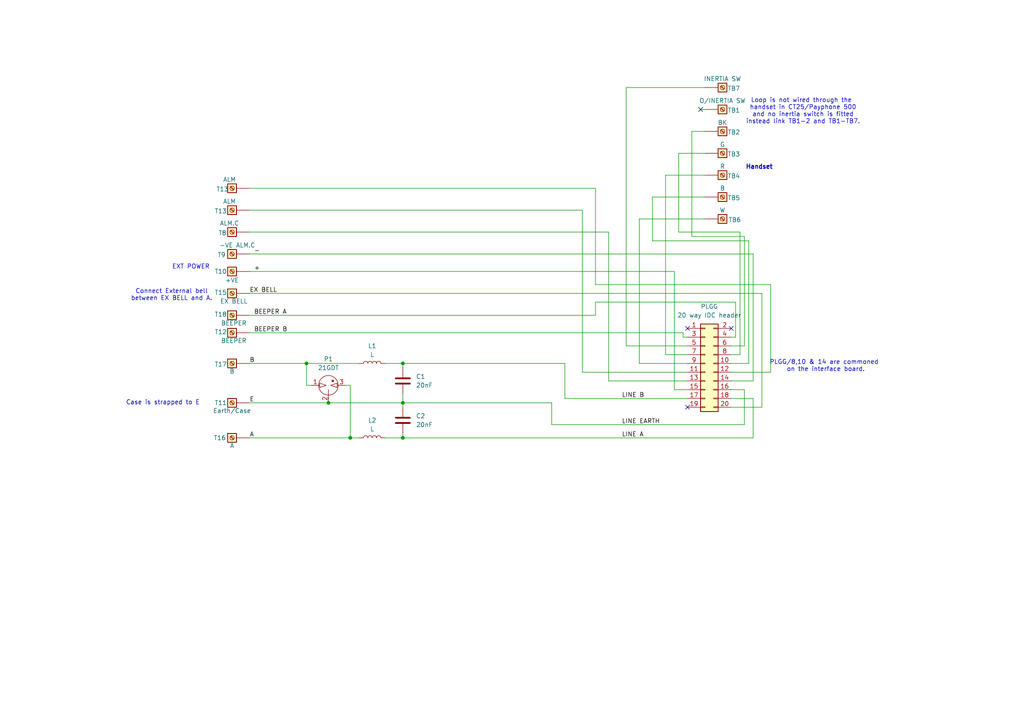
<source format=kicad_sch>
(kicad_sch
	(version 20231120)
	(generator "eeschema")
	(generator_version "8.0")
	(uuid "cd38fd77-4b30-412e-9a80-ebd9ba14e8ed")
	(paper "A4")
	(lib_symbols
		(symbol "Connector:Screw_Terminal_01x01"
			(pin_numbers hide)
			(pin_names
				(offset 1.016) hide)
			(exclude_from_sim no)
			(in_bom yes)
			(on_board yes)
			(property "Reference" "J"
				(at 0 2.54 0)
				(effects
					(font
						(size 1.27 1.27)
					)
				)
			)
			(property "Value" "Screw_Terminal_01x01"
				(at 0 -2.54 0)
				(effects
					(font
						(size 1.27 1.27)
					)
				)
			)
			(property "Footprint" ""
				(at 0 0 0)
				(effects
					(font
						(size 1.27 1.27)
					)
					(hide yes)
				)
			)
			(property "Datasheet" "~"
				(at 0 0 0)
				(effects
					(font
						(size 1.27 1.27)
					)
					(hide yes)
				)
			)
			(property "Description" "Generic screw terminal, single row, 01x01, script generated (kicad-library-utils/schlib/autogen/connector/)"
				(at 0 0 0)
				(effects
					(font
						(size 1.27 1.27)
					)
					(hide yes)
				)
			)
			(property "ki_keywords" "screw terminal"
				(at 0 0 0)
				(effects
					(font
						(size 1.27 1.27)
					)
					(hide yes)
				)
			)
			(property "ki_fp_filters" "TerminalBlock*:*"
				(at 0 0 0)
				(effects
					(font
						(size 1.27 1.27)
					)
					(hide yes)
				)
			)
			(symbol "Screw_Terminal_01x01_1_1"
				(rectangle
					(start -1.27 1.27)
					(end 1.27 -1.27)
					(stroke
						(width 0.254)
						(type default)
					)
					(fill
						(type background)
					)
				)
				(polyline
					(pts
						(xy -0.5334 0.3302) (xy 0.3302 -0.508)
					)
					(stroke
						(width 0.1524)
						(type default)
					)
					(fill
						(type none)
					)
				)
				(polyline
					(pts
						(xy -0.3556 0.508) (xy 0.508 -0.3302)
					)
					(stroke
						(width 0.1524)
						(type default)
					)
					(fill
						(type none)
					)
				)
				(circle
					(center 0 0)
					(radius 0.635)
					(stroke
						(width 0.1524)
						(type default)
					)
					(fill
						(type none)
					)
				)
				(pin passive line
					(at -5.08 0 0)
					(length 3.81)
					(name "Pin_1"
						(effects
							(font
								(size 1.27 1.27)
							)
						)
					)
					(number "1"
						(effects
							(font
								(size 1.27 1.27)
							)
						)
					)
				)
			)
		)
		(symbol "Connector_Generic:Conn_02x10_Odd_Even"
			(pin_names
				(offset 1.016) hide)
			(exclude_from_sim no)
			(in_bom yes)
			(on_board yes)
			(property "Reference" "J"
				(at 1.27 12.7 0)
				(effects
					(font
						(size 1.27 1.27)
					)
				)
			)
			(property "Value" "Conn_02x10_Odd_Even"
				(at 1.27 -15.24 0)
				(effects
					(font
						(size 1.27 1.27)
					)
				)
			)
			(property "Footprint" ""
				(at 0 0 0)
				(effects
					(font
						(size 1.27 1.27)
					)
					(hide yes)
				)
			)
			(property "Datasheet" "~"
				(at 0 0 0)
				(effects
					(font
						(size 1.27 1.27)
					)
					(hide yes)
				)
			)
			(property "Description" "Generic connector, double row, 02x10, odd/even pin numbering scheme (row 1 odd numbers, row 2 even numbers), script generated (kicad-library-utils/schlib/autogen/connector/)"
				(at 0 0 0)
				(effects
					(font
						(size 1.27 1.27)
					)
					(hide yes)
				)
			)
			(property "ki_keywords" "connector"
				(at 0 0 0)
				(effects
					(font
						(size 1.27 1.27)
					)
					(hide yes)
				)
			)
			(property "ki_fp_filters" "Connector*:*_2x??_*"
				(at 0 0 0)
				(effects
					(font
						(size 1.27 1.27)
					)
					(hide yes)
				)
			)
			(symbol "Conn_02x10_Odd_Even_1_1"
				(rectangle
					(start -1.27 -12.573)
					(end 0 -12.827)
					(stroke
						(width 0.1524)
						(type default)
					)
					(fill
						(type none)
					)
				)
				(rectangle
					(start -1.27 -10.033)
					(end 0 -10.287)
					(stroke
						(width 0.1524)
						(type default)
					)
					(fill
						(type none)
					)
				)
				(rectangle
					(start -1.27 -7.493)
					(end 0 -7.747)
					(stroke
						(width 0.1524)
						(type default)
					)
					(fill
						(type none)
					)
				)
				(rectangle
					(start -1.27 -4.953)
					(end 0 -5.207)
					(stroke
						(width 0.1524)
						(type default)
					)
					(fill
						(type none)
					)
				)
				(rectangle
					(start -1.27 -2.413)
					(end 0 -2.667)
					(stroke
						(width 0.1524)
						(type default)
					)
					(fill
						(type none)
					)
				)
				(rectangle
					(start -1.27 0.127)
					(end 0 -0.127)
					(stroke
						(width 0.1524)
						(type default)
					)
					(fill
						(type none)
					)
				)
				(rectangle
					(start -1.27 2.667)
					(end 0 2.413)
					(stroke
						(width 0.1524)
						(type default)
					)
					(fill
						(type none)
					)
				)
				(rectangle
					(start -1.27 5.207)
					(end 0 4.953)
					(stroke
						(width 0.1524)
						(type default)
					)
					(fill
						(type none)
					)
				)
				(rectangle
					(start -1.27 7.747)
					(end 0 7.493)
					(stroke
						(width 0.1524)
						(type default)
					)
					(fill
						(type none)
					)
				)
				(rectangle
					(start -1.27 10.287)
					(end 0 10.033)
					(stroke
						(width 0.1524)
						(type default)
					)
					(fill
						(type none)
					)
				)
				(rectangle
					(start -1.27 11.43)
					(end 3.81 -13.97)
					(stroke
						(width 0.254)
						(type default)
					)
					(fill
						(type background)
					)
				)
				(rectangle
					(start 3.81 -12.573)
					(end 2.54 -12.827)
					(stroke
						(width 0.1524)
						(type default)
					)
					(fill
						(type none)
					)
				)
				(rectangle
					(start 3.81 -10.033)
					(end 2.54 -10.287)
					(stroke
						(width 0.1524)
						(type default)
					)
					(fill
						(type none)
					)
				)
				(rectangle
					(start 3.81 -7.493)
					(end 2.54 -7.747)
					(stroke
						(width 0.1524)
						(type default)
					)
					(fill
						(type none)
					)
				)
				(rectangle
					(start 3.81 -4.953)
					(end 2.54 -5.207)
					(stroke
						(width 0.1524)
						(type default)
					)
					(fill
						(type none)
					)
				)
				(rectangle
					(start 3.81 -2.413)
					(end 2.54 -2.667)
					(stroke
						(width 0.1524)
						(type default)
					)
					(fill
						(type none)
					)
				)
				(rectangle
					(start 3.81 0.127)
					(end 2.54 -0.127)
					(stroke
						(width 0.1524)
						(type default)
					)
					(fill
						(type none)
					)
				)
				(rectangle
					(start 3.81 2.667)
					(end 2.54 2.413)
					(stroke
						(width 0.1524)
						(type default)
					)
					(fill
						(type none)
					)
				)
				(rectangle
					(start 3.81 5.207)
					(end 2.54 4.953)
					(stroke
						(width 0.1524)
						(type default)
					)
					(fill
						(type none)
					)
				)
				(rectangle
					(start 3.81 7.747)
					(end 2.54 7.493)
					(stroke
						(width 0.1524)
						(type default)
					)
					(fill
						(type none)
					)
				)
				(rectangle
					(start 3.81 10.287)
					(end 2.54 10.033)
					(stroke
						(width 0.1524)
						(type default)
					)
					(fill
						(type none)
					)
				)
				(pin passive line
					(at -5.08 10.16 0)
					(length 3.81)
					(name "Pin_1"
						(effects
							(font
								(size 1.27 1.27)
							)
						)
					)
					(number "1"
						(effects
							(font
								(size 1.27 1.27)
							)
						)
					)
				)
				(pin passive line
					(at 7.62 0 180)
					(length 3.81)
					(name "Pin_10"
						(effects
							(font
								(size 1.27 1.27)
							)
						)
					)
					(number "10"
						(effects
							(font
								(size 1.27 1.27)
							)
						)
					)
				)
				(pin passive line
					(at -5.08 -2.54 0)
					(length 3.81)
					(name "Pin_11"
						(effects
							(font
								(size 1.27 1.27)
							)
						)
					)
					(number "11"
						(effects
							(font
								(size 1.27 1.27)
							)
						)
					)
				)
				(pin passive line
					(at 7.62 -2.54 180)
					(length 3.81)
					(name "Pin_12"
						(effects
							(font
								(size 1.27 1.27)
							)
						)
					)
					(number "12"
						(effects
							(font
								(size 1.27 1.27)
							)
						)
					)
				)
				(pin passive line
					(at -5.08 -5.08 0)
					(length 3.81)
					(name "Pin_13"
						(effects
							(font
								(size 1.27 1.27)
							)
						)
					)
					(number "13"
						(effects
							(font
								(size 1.27 1.27)
							)
						)
					)
				)
				(pin passive line
					(at 7.62 -5.08 180)
					(length 3.81)
					(name "Pin_14"
						(effects
							(font
								(size 1.27 1.27)
							)
						)
					)
					(number "14"
						(effects
							(font
								(size 1.27 1.27)
							)
						)
					)
				)
				(pin passive line
					(at -5.08 -7.62 0)
					(length 3.81)
					(name "Pin_15"
						(effects
							(font
								(size 1.27 1.27)
							)
						)
					)
					(number "15"
						(effects
							(font
								(size 1.27 1.27)
							)
						)
					)
				)
				(pin passive line
					(at 7.62 -7.62 180)
					(length 3.81)
					(name "Pin_16"
						(effects
							(font
								(size 1.27 1.27)
							)
						)
					)
					(number "16"
						(effects
							(font
								(size 1.27 1.27)
							)
						)
					)
				)
				(pin passive line
					(at -5.08 -10.16 0)
					(length 3.81)
					(name "Pin_17"
						(effects
							(font
								(size 1.27 1.27)
							)
						)
					)
					(number "17"
						(effects
							(font
								(size 1.27 1.27)
							)
						)
					)
				)
				(pin passive line
					(at 7.62 -10.16 180)
					(length 3.81)
					(name "Pin_18"
						(effects
							(font
								(size 1.27 1.27)
							)
						)
					)
					(number "18"
						(effects
							(font
								(size 1.27 1.27)
							)
						)
					)
				)
				(pin passive line
					(at -5.08 -12.7 0)
					(length 3.81)
					(name "Pin_19"
						(effects
							(font
								(size 1.27 1.27)
							)
						)
					)
					(number "19"
						(effects
							(font
								(size 1.27 1.27)
							)
						)
					)
				)
				(pin passive line
					(at 7.62 10.16 180)
					(length 3.81)
					(name "Pin_2"
						(effects
							(font
								(size 1.27 1.27)
							)
						)
					)
					(number "2"
						(effects
							(font
								(size 1.27 1.27)
							)
						)
					)
				)
				(pin passive line
					(at 7.62 -12.7 180)
					(length 3.81)
					(name "Pin_20"
						(effects
							(font
								(size 1.27 1.27)
							)
						)
					)
					(number "20"
						(effects
							(font
								(size 1.27 1.27)
							)
						)
					)
				)
				(pin passive line
					(at -5.08 7.62 0)
					(length 3.81)
					(name "Pin_3"
						(effects
							(font
								(size 1.27 1.27)
							)
						)
					)
					(number "3"
						(effects
							(font
								(size 1.27 1.27)
							)
						)
					)
				)
				(pin passive line
					(at 7.62 7.62 180)
					(length 3.81)
					(name "Pin_4"
						(effects
							(font
								(size 1.27 1.27)
							)
						)
					)
					(number "4"
						(effects
							(font
								(size 1.27 1.27)
							)
						)
					)
				)
				(pin passive line
					(at -5.08 5.08 0)
					(length 3.81)
					(name "Pin_5"
						(effects
							(font
								(size 1.27 1.27)
							)
						)
					)
					(number "5"
						(effects
							(font
								(size 1.27 1.27)
							)
						)
					)
				)
				(pin passive line
					(at 7.62 5.08 180)
					(length 3.81)
					(name "Pin_6"
						(effects
							(font
								(size 1.27 1.27)
							)
						)
					)
					(number "6"
						(effects
							(font
								(size 1.27 1.27)
							)
						)
					)
				)
				(pin passive line
					(at -5.08 2.54 0)
					(length 3.81)
					(name "Pin_7"
						(effects
							(font
								(size 1.27 1.27)
							)
						)
					)
					(number "7"
						(effects
							(font
								(size 1.27 1.27)
							)
						)
					)
				)
				(pin passive line
					(at 7.62 2.54 180)
					(length 3.81)
					(name "Pin_8"
						(effects
							(font
								(size 1.27 1.27)
							)
						)
					)
					(number "8"
						(effects
							(font
								(size 1.27 1.27)
							)
						)
					)
				)
				(pin passive line
					(at -5.08 0 0)
					(length 3.81)
					(name "Pin_9"
						(effects
							(font
								(size 1.27 1.27)
							)
						)
					)
					(number "9"
						(effects
							(font
								(size 1.27 1.27)
							)
						)
					)
				)
			)
		)
		(symbol "Device:C"
			(pin_numbers hide)
			(pin_names
				(offset 0.254)
			)
			(exclude_from_sim no)
			(in_bom yes)
			(on_board yes)
			(property "Reference" "C"
				(at 0.635 2.54 0)
				(effects
					(font
						(size 1.27 1.27)
					)
					(justify left)
				)
			)
			(property "Value" "C"
				(at 0.635 -2.54 0)
				(effects
					(font
						(size 1.27 1.27)
					)
					(justify left)
				)
			)
			(property "Footprint" ""
				(at 0.9652 -3.81 0)
				(effects
					(font
						(size 1.27 1.27)
					)
					(hide yes)
				)
			)
			(property "Datasheet" "~"
				(at 0 0 0)
				(effects
					(font
						(size 1.27 1.27)
					)
					(hide yes)
				)
			)
			(property "Description" "Unpolarized capacitor"
				(at 0 0 0)
				(effects
					(font
						(size 1.27 1.27)
					)
					(hide yes)
				)
			)
			(property "ki_keywords" "cap capacitor"
				(at 0 0 0)
				(effects
					(font
						(size 1.27 1.27)
					)
					(hide yes)
				)
			)
			(property "ki_fp_filters" "C_*"
				(at 0 0 0)
				(effects
					(font
						(size 1.27 1.27)
					)
					(hide yes)
				)
			)
			(symbol "C_0_1"
				(polyline
					(pts
						(xy -2.032 -0.762) (xy 2.032 -0.762)
					)
					(stroke
						(width 0.508)
						(type default)
					)
					(fill
						(type none)
					)
				)
				(polyline
					(pts
						(xy -2.032 0.762) (xy 2.032 0.762)
					)
					(stroke
						(width 0.508)
						(type default)
					)
					(fill
						(type none)
					)
				)
			)
			(symbol "C_1_1"
				(pin passive line
					(at 0 3.81 270)
					(length 2.794)
					(name "~"
						(effects
							(font
								(size 1.27 1.27)
							)
						)
					)
					(number "1"
						(effects
							(font
								(size 1.27 1.27)
							)
						)
					)
				)
				(pin passive line
					(at 0 -3.81 90)
					(length 2.794)
					(name "~"
						(effects
							(font
								(size 1.27 1.27)
							)
						)
					)
					(number "2"
						(effects
							(font
								(size 1.27 1.27)
							)
						)
					)
				)
			)
		)
		(symbol "Device:L"
			(pin_numbers hide)
			(pin_names
				(offset 1.016) hide)
			(exclude_from_sim no)
			(in_bom yes)
			(on_board yes)
			(property "Reference" "L"
				(at -1.27 0 90)
				(effects
					(font
						(size 1.27 1.27)
					)
				)
			)
			(property "Value" "L"
				(at 1.905 0 90)
				(effects
					(font
						(size 1.27 1.27)
					)
				)
			)
			(property "Footprint" ""
				(at 0 0 0)
				(effects
					(font
						(size 1.27 1.27)
					)
					(hide yes)
				)
			)
			(property "Datasheet" "~"
				(at 0 0 0)
				(effects
					(font
						(size 1.27 1.27)
					)
					(hide yes)
				)
			)
			(property "Description" "Inductor"
				(at 0 0 0)
				(effects
					(font
						(size 1.27 1.27)
					)
					(hide yes)
				)
			)
			(property "ki_keywords" "inductor choke coil reactor magnetic"
				(at 0 0 0)
				(effects
					(font
						(size 1.27 1.27)
					)
					(hide yes)
				)
			)
			(property "ki_fp_filters" "Choke_* *Coil* Inductor_* L_*"
				(at 0 0 0)
				(effects
					(font
						(size 1.27 1.27)
					)
					(hide yes)
				)
			)
			(symbol "L_0_1"
				(arc
					(start 0 -2.54)
					(mid 0.6323 -1.905)
					(end 0 -1.27)
					(stroke
						(width 0)
						(type default)
					)
					(fill
						(type none)
					)
				)
				(arc
					(start 0 -1.27)
					(mid 0.6323 -0.635)
					(end 0 0)
					(stroke
						(width 0)
						(type default)
					)
					(fill
						(type none)
					)
				)
				(arc
					(start 0 0)
					(mid 0.6323 0.635)
					(end 0 1.27)
					(stroke
						(width 0)
						(type default)
					)
					(fill
						(type none)
					)
				)
				(arc
					(start 0 1.27)
					(mid 0.6323 1.905)
					(end 0 2.54)
					(stroke
						(width 0)
						(type default)
					)
					(fill
						(type none)
					)
				)
			)
			(symbol "L_1_1"
				(pin passive line
					(at 0 3.81 270)
					(length 1.27)
					(name "1"
						(effects
							(font
								(size 1.27 1.27)
							)
						)
					)
					(number "1"
						(effects
							(font
								(size 1.27 1.27)
							)
						)
					)
				)
				(pin passive line
					(at 0 -3.81 90)
					(length 1.27)
					(name "2"
						(effects
							(font
								(size 1.27 1.27)
							)
						)
					)
					(number "2"
						(effects
							(font
								(size 1.27 1.27)
							)
						)
					)
				)
			)
		)
		(symbol "Interface_Telecom:21GDT"
			(exclude_from_sim no)
			(in_bom yes)
			(on_board yes)
			(property "Reference" "P"
				(at 0 6.35 0)
				(effects
					(font
						(size 1.27 1.27)
					)
				)
			)
			(property "Value" "21GDT"
				(at 0 3.81 0)
				(effects
					(font
						(size 1.27 1.27)
					)
				)
			)
			(property "Footprint" ""
				(at 0 0 0)
				(effects
					(font
						(size 1.27 1.27)
					)
					(hide yes)
				)
			)
			(property "Datasheet" ""
				(at 0 0 0)
				(effects
					(font
						(size 1.27 1.27)
					)
					(hide yes)
				)
			)
			(property "Description" "BT 21 Gas Arrestor"
				(at -17.78 -13.97 0)
				(effects
					(font
						(size 1.27 1.27)
					)
					(hide yes)
				)
			)
			(symbol "21GDT_0_1"
				(circle
					(center 0 -3.81)
					(radius 0.0001)
					(stroke
						(width 0)
						(type default)
					)
					(fill
						(type none)
					)
				)
				(polyline
					(pts
						(xy 0 -2.54) (xy 0 -1.27)
					)
					(stroke
						(width 0)
						(type default)
					)
					(fill
						(type none)
					)
				)
				(polyline
					(pts
						(xy -2.54 0.635) (xy -2.54 -0.635) (xy -0.635 0) (xy -2.54 0.635)
					)
					(stroke
						(width 0)
						(type default)
					)
					(fill
						(type none)
					)
				)
				(polyline
					(pts
						(xy 2.54 0.635) (xy 2.54 -0.635) (xy 0.635 0) (xy 2.54 0.635)
					)
					(stroke
						(width 0)
						(type default)
					)
					(fill
						(type none)
					)
				)
				(circle
					(center 0 0)
					(radius 2.8398)
					(stroke
						(width 0)
						(type default)
					)
					(fill
						(type none)
					)
				)
				(circle
					(center 1.27 1.27)
					(radius 0.254)
					(stroke
						(width 0)
						(type default)
					)
					(fill
						(type outline)
					)
				)
			)
			(symbol "21GDT_1_1"
				(pin passive line
					(at -5.08 0 0)
					(length 2.54)
					(name "~"
						(effects
							(font
								(size 1.27 1.27)
							)
						)
					)
					(number "1"
						(effects
							(font
								(size 1.27 1.27)
							)
						)
					)
				)
				(pin passive line
					(at 0 -5.08 90)
					(length 2.54)
					(name ""
						(effects
							(font
								(size 1.27 1.27)
							)
						)
					)
					(number "2"
						(effects
							(font
								(size 1.27 1.27)
							)
						)
					)
				)
				(pin passive line
					(at 5.08 0 180)
					(length 2.54)
					(name "~"
						(effects
							(font
								(size 1.27 1.27)
							)
						)
					)
					(number "3"
						(effects
							(font
								(size 1.27 1.27)
							)
						)
					)
				)
			)
		)
		(symbol "Screw_Terminal_01x01_1"
			(pin_numbers hide)
			(pin_names
				(offset 1.016) hide)
			(exclude_from_sim no)
			(in_bom yes)
			(on_board yes)
			(property "Reference" "J"
				(at 0 2.54 0)
				(effects
					(font
						(size 1.27 1.27)
					)
				)
			)
			(property "Value" "Screw_Terminal_01x01"
				(at 0 -2.54 0)
				(effects
					(font
						(size 1.27 1.27)
					)
				)
			)
			(property "Footprint" ""
				(at 0 0 0)
				(effects
					(font
						(size 1.27 1.27)
					)
					(hide yes)
				)
			)
			(property "Datasheet" "~"
				(at 0 0 0)
				(effects
					(font
						(size 1.27 1.27)
					)
					(hide yes)
				)
			)
			(property "Description" "Generic screw terminal, single row, 01x01, script generated (kicad-library-utils/schlib/autogen/connector/)"
				(at 0 0 0)
				(effects
					(font
						(size 1.27 1.27)
					)
					(hide yes)
				)
			)
			(property "ki_keywords" "screw terminal"
				(at 0 0 0)
				(effects
					(font
						(size 1.27 1.27)
					)
					(hide yes)
				)
			)
			(property "ki_fp_filters" "TerminalBlock*:*"
				(at 0 0 0)
				(effects
					(font
						(size 1.27 1.27)
					)
					(hide yes)
				)
			)
			(symbol "Screw_Terminal_01x01_1_1_1"
				(rectangle
					(start -1.27 1.27)
					(end 1.27 -1.27)
					(stroke
						(width 0.254)
						(type default)
					)
					(fill
						(type background)
					)
				)
				(polyline
					(pts
						(xy -0.5334 0.3302) (xy 0.3302 -0.508)
					)
					(stroke
						(width 0.1524)
						(type default)
					)
					(fill
						(type none)
					)
				)
				(polyline
					(pts
						(xy -0.3556 0.508) (xy 0.508 -0.3302)
					)
					(stroke
						(width 0.1524)
						(type default)
					)
					(fill
						(type none)
					)
				)
				(circle
					(center 0 0)
					(radius 0.635)
					(stroke
						(width 0.1524)
						(type default)
					)
					(fill
						(type none)
					)
				)
				(pin passive line
					(at -5.08 0 0)
					(length 3.81)
					(name "Pin_1"
						(effects
							(font
								(size 1.27 1.27)
							)
						)
					)
					(number "1"
						(effects
							(font
								(size 1.27 1.27)
							)
						)
					)
				)
			)
		)
	)
	(junction
		(at 88.9 105.41)
		(diameter 0)
		(color 0 0 0 0)
		(uuid "1363ed39-9f1e-45d0-afd0-10fb40314362")
	)
	(junction
		(at 116.84 127)
		(diameter 0)
		(color 0 0 0 0)
		(uuid "384ebc50-8c46-4200-b6ba-44a542758261")
	)
	(junction
		(at 95.25 116.84)
		(diameter 0)
		(color 0 0 0 0)
		(uuid "3f1b82d5-c605-4744-ba10-e542c6c8e433")
	)
	(junction
		(at 116.84 116.84)
		(diameter 0)
		(color 0 0 0 0)
		(uuid "548c2a3e-cca6-4445-b5d3-5e457d308904")
	)
	(junction
		(at 101.6 127)
		(diameter 0)
		(color 0 0 0 0)
		(uuid "68fdafac-094c-421b-be2b-1411577b1ac1")
	)
	(junction
		(at 116.84 105.41)
		(diameter 0)
		(color 0 0 0 0)
		(uuid "aae94916-924c-49ab-9dec-efc0b9b7a172")
	)
	(no_connect
		(at 199.39 95.25)
		(uuid "0b007045-0f37-40c9-b77d-5ba697aac7cc")
	)
	(no_connect
		(at 203.2 31.75)
		(uuid "33a7ee31-256f-421d-bcc9-13275e0a4045")
	)
	(no_connect
		(at 212.09 95.25)
		(uuid "8401c18d-fd49-43e3-8a3a-b9326bed20fe")
	)
	(no_connect
		(at 199.39 118.11)
		(uuid "d0445f83-7b2b-4856-89e5-a274cfe0012a")
	)
	(wire
		(pts
			(xy 212.09 102.87) (xy 214.63 102.87)
		)
		(stroke
			(width 0)
			(type default)
		)
		(uuid "0277e7f6-7f5b-4885-8e2f-b3967de16162")
	)
	(wire
		(pts
			(xy 88.9 105.41) (xy 88.9 111.76)
		)
		(stroke
			(width 0)
			(type default)
		)
		(uuid "0423b55f-ff84-4bb3-a1e1-4f48a6f3d28b")
	)
	(wire
		(pts
			(xy 200.66 38.1) (xy 200.66 68.58)
		)
		(stroke
			(width 0)
			(type default)
		)
		(uuid "042a3f0a-101a-4cab-8a0c-e9d901aa443b")
	)
	(wire
		(pts
			(xy 176.53 67.31) (xy 72.39 67.31)
		)
		(stroke
			(width 0)
			(type default)
		)
		(uuid "046128c5-973d-45c8-89ba-68c9b7cc0b7d")
	)
	(wire
		(pts
			(xy 163.83 115.57) (xy 199.39 115.57)
		)
		(stroke
			(width 0)
			(type default)
		)
		(uuid "07cd93a2-b6b6-4c95-b778-715c9405f1fa")
	)
	(wire
		(pts
			(xy 214.63 67.31) (xy 214.63 102.87)
		)
		(stroke
			(width 0)
			(type default)
		)
		(uuid "0d0486f8-d98e-47c3-aa7c-27af3c227e8b")
	)
	(wire
		(pts
			(xy 215.9 100.33) (xy 215.9 68.58)
		)
		(stroke
			(width 0)
			(type default)
		)
		(uuid "0db36cea-51c2-4436-864b-736a162e59b5")
	)
	(wire
		(pts
			(xy 116.84 127) (xy 111.76 127)
		)
		(stroke
			(width 0)
			(type default)
		)
		(uuid "1166e3f3-fcc7-4557-a9fb-94273f66869f")
	)
	(wire
		(pts
			(xy 181.61 25.4) (xy 204.47 25.4)
		)
		(stroke
			(width 0)
			(type default)
		)
		(uuid "15710324-cfb9-4183-b627-2ded20c5c345")
	)
	(wire
		(pts
			(xy 168.91 60.96) (xy 72.39 60.96)
		)
		(stroke
			(width 0)
			(type default)
		)
		(uuid "19749d40-b90d-4d4a-97d6-02d97f92a29e")
	)
	(wire
		(pts
			(xy 72.39 105.41) (xy 88.9 105.41)
		)
		(stroke
			(width 0)
			(type default)
		)
		(uuid "19cc0e4d-c426-4c0b-8bea-e9c71d9cbbff")
	)
	(wire
		(pts
			(xy 217.17 69.85) (xy 189.23 69.85)
		)
		(stroke
			(width 0)
			(type default)
		)
		(uuid "207746e4-5dbb-45aa-9b4d-2f6d58306c66")
	)
	(wire
		(pts
			(xy 72.39 116.84) (xy 95.25 116.84)
		)
		(stroke
			(width 0)
			(type default)
		)
		(uuid "23d2a52a-fe3f-49b6-9e56-2bca093a8b76")
	)
	(wire
		(pts
			(xy 189.23 57.15) (xy 204.47 57.15)
		)
		(stroke
			(width 0)
			(type default)
		)
		(uuid "2a96a7bb-1320-4655-bb3d-cf941fb7c8b2")
	)
	(wire
		(pts
			(xy 160.02 123.19) (xy 160.02 116.84)
		)
		(stroke
			(width 0)
			(type default)
		)
		(uuid "2b7a851a-6834-4081-ac79-2cf6945da122")
	)
	(wire
		(pts
			(xy 212.09 107.95) (xy 223.52 107.95)
		)
		(stroke
			(width 0)
			(type default)
		)
		(uuid "32926fb7-dfe8-4d09-8c7b-f9c769c4fc25")
	)
	(wire
		(pts
			(xy 72.39 96.52) (xy 198.12 96.52)
		)
		(stroke
			(width 0)
			(type default)
		)
		(uuid "342d4a1e-6aa7-4dec-b308-0634aca4a250")
	)
	(wire
		(pts
			(xy 101.6 111.76) (xy 101.6 127)
		)
		(stroke
			(width 0)
			(type default)
		)
		(uuid "36c3a389-9cd3-44e7-90c7-591724655c7d")
	)
	(wire
		(pts
			(xy 116.84 105.41) (xy 111.76 105.41)
		)
		(stroke
			(width 0)
			(type default)
		)
		(uuid "3752118f-80bb-4523-b375-f9b9d5968b7d")
	)
	(wire
		(pts
			(xy 223.52 107.95) (xy 223.52 82.55)
		)
		(stroke
			(width 0)
			(type default)
		)
		(uuid "3cd7dd23-5d80-4575-84d6-6d124dc83538")
	)
	(wire
		(pts
			(xy 189.23 69.85) (xy 189.23 57.15)
		)
		(stroke
			(width 0)
			(type default)
		)
		(uuid "418d7d39-b3d5-4100-9858-1617ba175086")
	)
	(wire
		(pts
			(xy 116.84 114.3) (xy 116.84 116.84)
		)
		(stroke
			(width 0)
			(type default)
		)
		(uuid "42596233-47a9-414b-9f5a-622635ebb650")
	)
	(wire
		(pts
			(xy 196.85 44.45) (xy 196.85 67.31)
		)
		(stroke
			(width 0)
			(type default)
		)
		(uuid "45f8e2e7-9935-47b0-a7a7-1978edd46440")
	)
	(wire
		(pts
			(xy 199.39 102.87) (xy 193.04 102.87)
		)
		(stroke
			(width 0)
			(type default)
		)
		(uuid "4bc2df80-2cfa-4d6d-a688-c65aab9e0057")
	)
	(wire
		(pts
			(xy 195.58 78.74) (xy 195.58 113.03)
		)
		(stroke
			(width 0)
			(type default)
		)
		(uuid "4ec48a14-67b1-4dca-a140-00f1422b2adc")
	)
	(wire
		(pts
			(xy 204.47 50.8) (xy 193.04 50.8)
		)
		(stroke
			(width 0)
			(type default)
		)
		(uuid "51553978-caf8-4a6f-a5ba-a8ebd6f3c696")
	)
	(wire
		(pts
			(xy 185.42 63.5) (xy 185.42 105.41)
		)
		(stroke
			(width 0)
			(type default)
		)
		(uuid "54790db2-cca5-4915-bb0a-1f00fceef695")
	)
	(wire
		(pts
			(xy 116.84 127) (xy 218.44 127)
		)
		(stroke
			(width 0)
			(type default)
		)
		(uuid "5758993c-04ba-4fcb-b681-8eeb68f47f40")
	)
	(wire
		(pts
			(xy 198.12 97.79) (xy 199.39 97.79)
		)
		(stroke
			(width 0)
			(type default)
		)
		(uuid "586b9890-6bd0-4474-9b91-6b339c925260")
	)
	(wire
		(pts
			(xy 176.53 110.49) (xy 176.53 67.31)
		)
		(stroke
			(width 0)
			(type default)
		)
		(uuid "5d9a103c-2fce-406c-9a1c-5750f3f40fbf")
	)
	(wire
		(pts
			(xy 88.9 105.41) (xy 104.14 105.41)
		)
		(stroke
			(width 0)
			(type default)
		)
		(uuid "676a1d58-d433-474d-a406-79283e6a3a5d")
	)
	(wire
		(pts
			(xy 172.72 87.63) (xy 213.36 87.63)
		)
		(stroke
			(width 0)
			(type default)
		)
		(uuid "6795acfa-fa23-47cb-bebd-cfd72e0aca45")
	)
	(wire
		(pts
			(xy 215.9 123.19) (xy 160.02 123.19)
		)
		(stroke
			(width 0)
			(type default)
		)
		(uuid "69ae8951-febd-4973-b6ac-12fbe75c6b2a")
	)
	(wire
		(pts
			(xy 198.12 96.52) (xy 198.12 97.79)
		)
		(stroke
			(width 0)
			(type default)
		)
		(uuid "69da27fe-e2b1-478b-b725-5328ac1d887e")
	)
	(wire
		(pts
			(xy 101.6 127) (xy 104.14 127)
		)
		(stroke
			(width 0)
			(type default)
		)
		(uuid "70268ce2-64c1-4326-baee-4cee82853116")
	)
	(wire
		(pts
			(xy 193.04 50.8) (xy 193.04 102.87)
		)
		(stroke
			(width 0)
			(type default)
		)
		(uuid "75a64b69-ac08-428b-a9a7-70458dfedfe0")
	)
	(wire
		(pts
			(xy 116.84 105.41) (xy 163.83 105.41)
		)
		(stroke
			(width 0)
			(type default)
		)
		(uuid "760520c1-9e67-4c71-a26a-43e1184ce401")
	)
	(wire
		(pts
			(xy 185.42 105.41) (xy 199.39 105.41)
		)
		(stroke
			(width 0)
			(type default)
		)
		(uuid "7ef9b0d1-f48d-4c4b-8fc2-ff735c6ab996")
	)
	(wire
		(pts
			(xy 72.39 127) (xy 101.6 127)
		)
		(stroke
			(width 0)
			(type default)
		)
		(uuid "7f67aa1d-bab6-483d-8fbd-4d9e73cf9ce3")
	)
	(wire
		(pts
			(xy 116.84 116.84) (xy 160.02 116.84)
		)
		(stroke
			(width 0)
			(type default)
		)
		(uuid "86d73c24-9ccc-4766-916c-8e53c146b463")
	)
	(wire
		(pts
			(xy 116.84 125.73) (xy 116.84 127)
		)
		(stroke
			(width 0)
			(type default)
		)
		(uuid "88ef3701-7e51-4beb-b7de-6455247201e3")
	)
	(wire
		(pts
			(xy 212.09 105.41) (xy 217.17 105.41)
		)
		(stroke
			(width 0)
			(type default)
		)
		(uuid "89f9ea2b-f739-4baf-83bb-e33fa75bf4b8")
	)
	(wire
		(pts
			(xy 163.83 105.41) (xy 163.83 115.57)
		)
		(stroke
			(width 0)
			(type default)
		)
		(uuid "8a88535a-04ef-43cf-a46f-ee5050050516")
	)
	(wire
		(pts
			(xy 185.42 63.5) (xy 204.47 63.5)
		)
		(stroke
			(width 0)
			(type default)
		)
		(uuid "8c23325b-6519-45de-969b-8226261aa9c8")
	)
	(wire
		(pts
			(xy 72.39 91.44) (xy 172.72 91.44)
		)
		(stroke
			(width 0)
			(type default)
		)
		(uuid "918fb005-9ae5-42ca-bff9-eb253255facd")
	)
	(wire
		(pts
			(xy 215.9 68.58) (xy 200.66 68.58)
		)
		(stroke
			(width 0)
			(type default)
		)
		(uuid "98cf5d28-9802-461f-84b7-2697a4afc65d")
	)
	(wire
		(pts
			(xy 218.44 115.57) (xy 212.09 115.57)
		)
		(stroke
			(width 0)
			(type default)
		)
		(uuid "9911c3a7-bdd7-418a-9a05-2ed70c5b28c6")
	)
	(wire
		(pts
			(xy 181.61 25.4) (xy 181.61 100.33)
		)
		(stroke
			(width 0)
			(type default)
		)
		(uuid "99986631-35f6-4619-a2a5-bccc55adc4f4")
	)
	(wire
		(pts
			(xy 101.6 111.76) (xy 100.33 111.76)
		)
		(stroke
			(width 0)
			(type default)
		)
		(uuid "9c9e459e-b659-47e3-8c60-8fc2311610e1")
	)
	(wire
		(pts
			(xy 223.52 82.55) (xy 172.72 82.55)
		)
		(stroke
			(width 0)
			(type default)
		)
		(uuid "9deb09ac-24ac-45f6-8f2f-89d6141f1e47")
	)
	(wire
		(pts
			(xy 172.72 82.55) (xy 172.72 54.61)
		)
		(stroke
			(width 0)
			(type default)
		)
		(uuid "a6842410-ec3e-43b3-ab7c-dd1ebfb930a7")
	)
	(wire
		(pts
			(xy 218.44 73.66) (xy 218.44 110.49)
		)
		(stroke
			(width 0)
			(type default)
		)
		(uuid "a77211fa-7192-4e8a-8bcd-6755094a15c3")
	)
	(wire
		(pts
			(xy 204.47 38.1) (xy 200.66 38.1)
		)
		(stroke
			(width 0)
			(type default)
		)
		(uuid "a79107cb-3f7b-4060-b7b9-5e4736d2e497")
	)
	(wire
		(pts
			(xy 213.36 97.79) (xy 212.09 97.79)
		)
		(stroke
			(width 0)
			(type default)
		)
		(uuid "a7b3b10f-ef82-4d5a-a878-e13f99c5caec")
	)
	(wire
		(pts
			(xy 72.39 73.66) (xy 218.44 73.66)
		)
		(stroke
			(width 0)
			(type default)
		)
		(uuid "a912588e-23de-46cf-8ab3-25bab0babecf")
	)
	(wire
		(pts
			(xy 212.09 100.33) (xy 215.9 100.33)
		)
		(stroke
			(width 0)
			(type default)
		)
		(uuid "adf9e878-a006-4c5d-8228-071b50e7a27c")
	)
	(wire
		(pts
			(xy 168.91 107.95) (xy 168.91 60.96)
		)
		(stroke
			(width 0)
			(type default)
		)
		(uuid "ae37dcce-9eb8-407d-bc1f-b575a7a3a6e7")
	)
	(wire
		(pts
			(xy 196.85 67.31) (xy 214.63 67.31)
		)
		(stroke
			(width 0)
			(type default)
		)
		(uuid "afbc4f8f-72ec-4443-af85-9b50ebc47c86")
	)
	(wire
		(pts
			(xy 95.25 116.84) (xy 116.84 116.84)
		)
		(stroke
			(width 0)
			(type default)
		)
		(uuid "b31e8e07-34aa-48bd-894d-913a9f23015a")
	)
	(wire
		(pts
			(xy 220.98 118.11) (xy 212.09 118.11)
		)
		(stroke
			(width 0)
			(type default)
		)
		(uuid "b795d0b5-7c48-4e5c-a4e9-166f7cceeb6c")
	)
	(wire
		(pts
			(xy 213.36 87.63) (xy 213.36 97.79)
		)
		(stroke
			(width 0)
			(type default)
		)
		(uuid "b9b72e24-6e31-4868-b0ec-6f111e4f91b4")
	)
	(wire
		(pts
			(xy 215.9 113.03) (xy 215.9 123.19)
		)
		(stroke
			(width 0)
			(type default)
		)
		(uuid "c166204c-6fe5-42d7-be1d-7198d5e79aed")
	)
	(wire
		(pts
			(xy 199.39 110.49) (xy 176.53 110.49)
		)
		(stroke
			(width 0)
			(type default)
		)
		(uuid "c3909180-6cce-4de4-b67b-1a5e338b5b20")
	)
	(wire
		(pts
			(xy 220.98 85.09) (xy 220.98 118.11)
		)
		(stroke
			(width 0)
			(type default)
		)
		(uuid "ce2501b3-c5e2-427d-8de3-c4f61d48f5bc")
	)
	(wire
		(pts
			(xy 172.72 54.61) (xy 72.39 54.61)
		)
		(stroke
			(width 0)
			(type default)
		)
		(uuid "ce746ae7-0532-4ed0-b349-49cfe3d03b50")
	)
	(wire
		(pts
			(xy 212.09 113.03) (xy 215.9 113.03)
		)
		(stroke
			(width 0)
			(type default)
		)
		(uuid "d6a76d3d-18a8-4a08-b2cd-d748fd265a2f")
	)
	(wire
		(pts
			(xy 218.44 127) (xy 218.44 115.57)
		)
		(stroke
			(width 0)
			(type default)
		)
		(uuid "d885de2f-b22d-462d-a6f3-490e83a26d92")
	)
	(wire
		(pts
			(xy 172.72 87.63) (xy 172.72 91.44)
		)
		(stroke
			(width 0)
			(type default)
		)
		(uuid "d91e26df-8e4b-4082-93b2-0ccde4a6593f")
	)
	(wire
		(pts
			(xy 116.84 106.68) (xy 116.84 105.41)
		)
		(stroke
			(width 0)
			(type default)
		)
		(uuid "dbb5dfe9-41fd-4906-a22e-d69f87f0e2ea")
	)
	(wire
		(pts
			(xy 72.39 85.09) (xy 220.98 85.09)
		)
		(stroke
			(width 0)
			(type default)
		)
		(uuid "dbca3b8c-6e1a-4fdf-ad78-c99897a51cb5")
	)
	(wire
		(pts
			(xy 90.17 111.76) (xy 88.9 111.76)
		)
		(stroke
			(width 0)
			(type default)
		)
		(uuid "dcba1ec6-3c3a-4e5e-aaf5-ccf02d15d58e")
	)
	(wire
		(pts
			(xy 204.47 44.45) (xy 196.85 44.45)
		)
		(stroke
			(width 0)
			(type default)
		)
		(uuid "dceb79f3-e638-4319-badc-8083989dcd4f")
	)
	(wire
		(pts
			(xy 116.84 116.84) (xy 116.84 118.11)
		)
		(stroke
			(width 0)
			(type default)
		)
		(uuid "df13273d-f960-4a2c-8f07-7333a0108e09")
	)
	(wire
		(pts
			(xy 181.61 100.33) (xy 199.39 100.33)
		)
		(stroke
			(width 0)
			(type default)
		)
		(uuid "e0e624a9-be6c-466d-96e2-ffae3b0a7a01")
	)
	(wire
		(pts
			(xy 204.47 31.75) (xy 203.2 31.75)
		)
		(stroke
			(width 0)
			(type default)
		)
		(uuid "eaed6461-d1e8-4014-b270-962db8757a10")
	)
	(wire
		(pts
			(xy 199.39 107.95) (xy 168.91 107.95)
		)
		(stroke
			(width 0)
			(type default)
		)
		(uuid "ed1b2252-44c7-4ae2-b36f-1baf877c8adc")
	)
	(wire
		(pts
			(xy 217.17 105.41) (xy 217.17 69.85)
		)
		(stroke
			(width 0)
			(type default)
		)
		(uuid "f03d44aa-762f-4749-b657-1250a1d6b123")
	)
	(wire
		(pts
			(xy 72.39 78.74) (xy 195.58 78.74)
		)
		(stroke
			(width 0)
			(type default)
		)
		(uuid "f2503286-89e0-4187-b926-21acc6df3ca2")
	)
	(wire
		(pts
			(xy 218.44 110.49) (xy 212.09 110.49)
		)
		(stroke
			(width 0)
			(type default)
		)
		(uuid "f4604300-3cff-4d4c-81f2-3d852d781963")
	)
	(wire
		(pts
			(xy 195.58 113.03) (xy 199.39 113.03)
		)
		(stroke
			(width 0)
			(type default)
		)
		(uuid "fe98a95d-a634-48b6-abbd-9870daa67bba")
	)
	(text "PLGG/8,10 & 14 are commoned \non the interface board.\n"
		(exclude_from_sim no)
		(at 239.522 106.172 0)
		(effects
			(font
				(size 1.27 1.27)
			)
		)
		(uuid "1a04069b-0b6a-4f7c-a290-400564f3899f")
	)
	(text "Connect External bell\nbetween EX BELL and A."
		(exclude_from_sim no)
		(at 49.784 85.598 0)
		(effects
			(font
				(size 1.27 1.27)
			)
		)
		(uuid "3d96f7e3-0df9-4a94-bf3e-b50e887974c4")
	)
	(text "Case is strapped to E"
		(exclude_from_sim no)
		(at 47.244 116.84 0)
		(effects
			(font
				(size 1.27 1.27)
			)
		)
		(uuid "565c638a-fd96-499c-a5e8-9d370c8d72eb")
	)
	(text "EXT POWER"
		(exclude_from_sim no)
		(at 55.372 77.47 0)
		(effects
			(font
				(size 1.27 1.27)
			)
		)
		(uuid "586be36a-f61a-4a2b-86d6-d492de758417")
	)
	(text "Handset"
		(exclude_from_sim no)
		(at 220.218 48.514 0)
		(effects
			(font
				(size 1.27 1.27)
				(thickness 0.254)
				(bold yes)
			)
		)
		(uuid "60365594-5cbb-49ae-b41d-2522aec311c1")
	)
	(text "Loop is not wired through the \nhandset in CT25/Payphone 500\nand no inertia switch is fitted\ninstead link TB1-2 and TB1-TB7."
		(exclude_from_sim no)
		(at 232.918 32.258 0)
		(effects
			(font
				(size 1.27 1.27)
			)
		)
		(uuid "82bc540a-ba64-41e6-811d-b57a2adc1954")
	)
	(label "BEEPER A"
		(at 73.66 91.44 0)
		(effects
			(font
				(size 1.27 1.27)
			)
			(justify left bottom)
		)
		(uuid "1b1e7f14-b406-4dc8-a629-fa512e1b749c")
	)
	(label "+"
		(at 73.66 78.74 0)
		(effects
			(font
				(size 1.27 1.27)
			)
			(justify left bottom)
		)
		(uuid "42b22391-5adc-492c-a706-6d86390b2200")
	)
	(label "LINE B"
		(at 180.34 115.57 0)
		(effects
			(font
				(size 1.27 1.27)
			)
			(justify left bottom)
		)
		(uuid "556d934c-bc22-4914-b79c-263508bc5cd3")
	)
	(label "B"
		(at 72.39 105.41 0)
		(effects
			(font
				(size 1.27 1.27)
			)
			(justify left bottom)
		)
		(uuid "6b903a39-e23f-4e74-a3a0-67ad2f85e32c")
	)
	(label "EX BELL"
		(at 72.39 85.09 0)
		(effects
			(font
				(size 1.27 1.27)
			)
			(justify left bottom)
		)
		(uuid "86482336-fe24-4b62-9684-a88f0c91b2b5")
	)
	(label "LINE EARTH"
		(at 180.34 123.19 0)
		(effects
			(font
				(size 1.27 1.27)
			)
			(justify left bottom)
		)
		(uuid "c47c659f-52df-4e27-849d-b8d186772bd7")
	)
	(label "BEEPER B"
		(at 73.66 96.52 0)
		(effects
			(font
				(size 1.27 1.27)
			)
			(justify left bottom)
		)
		(uuid "c748af2f-ff47-44ec-beeb-280c56b0de0a")
	)
	(label "LINE A"
		(at 180.34 127 0)
		(effects
			(font
				(size 1.27 1.27)
			)
			(justify left bottom)
		)
		(uuid "cfb4db47-a364-4acf-bb7d-e587023c9571")
	)
	(label "A"
		(at 72.39 127 0)
		(effects
			(font
				(size 1.27 1.27)
			)
			(justify left bottom)
		)
		(uuid "de2b3ce4-6ee7-4f62-83fa-080ee4567955")
	)
	(label "E"
		(at 72.39 116.84 0)
		(effects
			(font
				(size 1.27 1.27)
			)
			(justify left bottom)
		)
		(uuid "f99f6c57-28be-447e-9b63-dfe33e098520")
	)
	(label "-"
		(at 73.66 73.66 0)
		(effects
			(font
				(size 1.27 1.27)
			)
			(justify left bottom)
		)
		(uuid "fcb85bcd-586e-4a6b-8efc-93c408ff7cff")
	)
	(symbol
		(lib_id "Device:L")
		(at 107.95 105.41 90)
		(unit 1)
		(exclude_from_sim no)
		(in_bom yes)
		(on_board yes)
		(dnp no)
		(fields_autoplaced yes)
		(uuid "036c530b-b061-47eb-ae94-8084120cbe6a")
		(property "Reference" "L1"
			(at 107.95 100.33 90)
			(effects
				(font
					(size 1.27 1.27)
				)
			)
		)
		(property "Value" "L"
			(at 107.95 102.87 90)
			(effects
				(font
					(size 1.27 1.27)
				)
			)
		)
		(property "Footprint" ""
			(at 107.95 105.41 0)
			(effects
				(font
					(size 1.27 1.27)
				)
				(hide yes)
			)
		)
		(property "Datasheet" "~"
			(at 107.95 105.41 0)
			(effects
				(font
					(size 1.27 1.27)
				)
				(hide yes)
			)
		)
		(property "Description" "Inductor"
			(at 107.95 105.41 0)
			(effects
				(font
					(size 1.27 1.27)
				)
				(hide yes)
			)
		)
		(pin "2"
			(uuid "667739dd-f859-485f-ae4d-01bd367c2ec2")
		)
		(pin "1"
			(uuid "6d44d0d3-0519-493f-90a5-d4a2f973dab1")
		)
		(instances
			(project ""
				(path "/cd38fd77-4b30-412e-9a80-ebd9ba14e8ed"
					(reference "L1")
					(unit 1)
				)
			)
		)
	)
	(symbol
		(lib_id "Connector:Screw_Terminal_01x01")
		(at 67.31 96.52 180)
		(unit 1)
		(exclude_from_sim no)
		(in_bom yes)
		(on_board yes)
		(dnp no)
		(uuid "0f737582-aa10-4a90-bc38-19ea38985e54")
		(property "Reference" "T12"
			(at 64.008 96.266 0)
			(effects
				(font
					(size 1.27 1.27)
				)
			)
		)
		(property "Value" "BEEPER"
			(at 67.818 98.806 0)
			(effects
				(font
					(size 1.27 1.27)
				)
			)
		)
		(property "Footprint" ""
			(at 67.31 96.52 0)
			(effects
				(font
					(size 1.27 1.27)
				)
				(hide yes)
			)
		)
		(property "Datasheet" "~"
			(at 67.31 96.52 0)
			(effects
				(font
					(size 1.27 1.27)
				)
				(hide yes)
			)
		)
		(property "Description" "Generic screw terminal, single row, 01x01, script generated (kicad-library-utils/schlib/autogen/connector/)"
			(at 67.31 96.52 0)
			(effects
				(font
					(size 1.27 1.27)
				)
				(hide yes)
			)
		)
		(pin "1"
			(uuid "b0b3725e-111d-424c-9737-540094ec11b4")
		)
		(instances
			(project "CT2425 Line PCB"
				(path "/cd38fd77-4b30-412e-9a80-ebd9ba14e8ed"
					(reference "T12")
					(unit 1)
				)
			)
		)
	)
	(symbol
		(lib_name "Screw_Terminal_01x01_1")
		(lib_id "Connector:Screw_Terminal_01x01")
		(at 67.31 54.61 180)
		(unit 1)
		(exclude_from_sim no)
		(in_bom yes)
		(on_board yes)
		(dnp no)
		(uuid "117c9697-ef16-4078-863d-9978dcdd398f")
		(property "Reference" "T13"
			(at 64.516 54.864 0)
			(effects
				(font
					(size 1.27 1.27)
				)
			)
		)
		(property "Value" "ALM"
			(at 66.548 52.07 0)
			(effects
				(font
					(size 1.27 1.27)
				)
			)
		)
		(property "Footprint" ""
			(at 67.31 54.61 0)
			(effects
				(font
					(size 1.27 1.27)
				)
				(hide yes)
			)
		)
		(property "Datasheet" "~"
			(at 67.31 54.61 0)
			(effects
				(font
					(size 1.27 1.27)
				)
				(hide yes)
			)
		)
		(property "Description" "Generic screw terminal, single row, 01x01, script generated (kicad-library-utils/schlib/autogen/connector/)"
			(at 67.31 54.61 0)
			(effects
				(font
					(size 1.27 1.27)
				)
				(hide yes)
			)
		)
		(pin "1"
			(uuid "2cf378ce-df1f-4a6b-b8bc-05a34615869f")
		)
		(instances
			(project "CT2425 Line PCB"
				(path "/cd38fd77-4b30-412e-9a80-ebd9ba14e8ed"
					(reference "T13")
					(unit 1)
				)
			)
		)
	)
	(symbol
		(lib_name "Screw_Terminal_01x01_1")
		(lib_id "Connector:Screw_Terminal_01x01")
		(at 67.31 67.31 180)
		(unit 1)
		(exclude_from_sim no)
		(in_bom yes)
		(on_board yes)
		(dnp no)
		(uuid "2c1cd544-03ca-4d1e-be7a-616dc3b23dce")
		(property "Reference" "T8"
			(at 64.516 67.564 0)
			(effects
				(font
					(size 1.27 1.27)
				)
			)
		)
		(property "Value" "ALM.C"
			(at 66.548 64.77 0)
			(effects
				(font
					(size 1.27 1.27)
				)
			)
		)
		(property "Footprint" ""
			(at 67.31 67.31 0)
			(effects
				(font
					(size 1.27 1.27)
				)
				(hide yes)
			)
		)
		(property "Datasheet" "~"
			(at 67.31 67.31 0)
			(effects
				(font
					(size 1.27 1.27)
				)
				(hide yes)
			)
		)
		(property "Description" "Generic screw terminal, single row, 01x01, script generated (kicad-library-utils/schlib/autogen/connector/)"
			(at 67.31 67.31 0)
			(effects
				(font
					(size 1.27 1.27)
				)
				(hide yes)
			)
		)
		(pin "1"
			(uuid "ea14b0dd-c553-4156-ba2f-9373c598cc54")
		)
		(instances
			(project "CT2425 Line PCB"
				(path "/cd38fd77-4b30-412e-9a80-ebd9ba14e8ed"
					(reference "T8")
					(unit 1)
				)
			)
		)
	)
	(symbol
		(lib_id "Interface_Telecom:21GDT")
		(at 95.25 111.76 0)
		(unit 1)
		(exclude_from_sim no)
		(in_bom yes)
		(on_board yes)
		(dnp no)
		(fields_autoplaced yes)
		(uuid "318f6b74-1e1b-4e2d-ba9b-61b7d0dd8499")
		(property "Reference" "P1"
			(at 95.25 104.14 0)
			(effects
				(font
					(size 1.27 1.27)
				)
			)
		)
		(property "Value" "21GDT"
			(at 95.25 106.68 0)
			(effects
				(font
					(size 1.27 1.27)
				)
			)
		)
		(property "Footprint" ""
			(at 95.25 111.76 0)
			(effects
				(font
					(size 1.27 1.27)
				)
				(hide yes)
			)
		)
		(property "Datasheet" ""
			(at 95.25 111.76 0)
			(effects
				(font
					(size 1.27 1.27)
				)
				(hide yes)
			)
		)
		(property "Description" "BT 21 Gas Arrestor"
			(at 77.47 125.73 0)
			(effects
				(font
					(size 1.27 1.27)
				)
				(hide yes)
			)
		)
		(pin "2"
			(uuid "a871edde-db53-4dcc-9629-c3c16db003a7")
		)
		(pin "1"
			(uuid "80f06c3b-66ba-4f35-9fdf-e3408935c550")
		)
		(pin "3"
			(uuid "557b8438-4690-4dda-9fb6-40efef4f6db3")
		)
		(instances
			(project ""
				(path "/cd38fd77-4b30-412e-9a80-ebd9ba14e8ed"
					(reference "P1")
					(unit 1)
				)
			)
		)
	)
	(symbol
		(lib_id "Connector:Screw_Terminal_01x01")
		(at 209.55 38.1 0)
		(unit 1)
		(exclude_from_sim no)
		(in_bom yes)
		(on_board yes)
		(dnp no)
		(uuid "36b35d5f-2cad-4d9e-a2b6-1fcd665b7815")
		(property "Reference" "TB2"
			(at 212.852 38.354 0)
			(effects
				(font
					(size 1.27 1.27)
				)
			)
		)
		(property "Value" "BK"
			(at 209.55 35.56 0)
			(effects
				(font
					(size 1.27 1.27)
				)
			)
		)
		(property "Footprint" ""
			(at 209.55 38.1 0)
			(effects
				(font
					(size 1.27 1.27)
				)
				(hide yes)
			)
		)
		(property "Datasheet" "~"
			(at 209.55 38.1 0)
			(effects
				(font
					(size 1.27 1.27)
				)
				(hide yes)
			)
		)
		(property "Description" "Generic screw terminal, single row, 01x01, script generated (kicad-library-utils/schlib/autogen/connector/)"
			(at 209.55 38.1 0)
			(effects
				(font
					(size 1.27 1.27)
				)
				(hide yes)
			)
		)
		(pin "1"
			(uuid "9908cbde-cf3e-420b-9e03-9028ceb3e5ba")
		)
		(instances
			(project "CT2425 Line PCB"
				(path "/cd38fd77-4b30-412e-9a80-ebd9ba14e8ed"
					(reference "TB2")
					(unit 1)
				)
			)
		)
	)
	(symbol
		(lib_name "Screw_Terminal_01x01_1")
		(lib_id "Connector:Screw_Terminal_01x01")
		(at 67.31 60.96 180)
		(unit 1)
		(exclude_from_sim no)
		(in_bom yes)
		(on_board yes)
		(dnp no)
		(uuid "48a693b5-b6c7-4ffe-bee1-c0e7ca1fe47b")
		(property "Reference" "T13"
			(at 64.008 61.214 0)
			(effects
				(font
					(size 1.27 1.27)
				)
			)
		)
		(property "Value" "ALM"
			(at 66.548 58.42 0)
			(effects
				(font
					(size 1.27 1.27)
				)
			)
		)
		(property "Footprint" ""
			(at 67.31 60.96 0)
			(effects
				(font
					(size 1.27 1.27)
				)
				(hide yes)
			)
		)
		(property "Datasheet" "~"
			(at 67.31 60.96 0)
			(effects
				(font
					(size 1.27 1.27)
				)
				(hide yes)
			)
		)
		(property "Description" "Generic screw terminal, single row, 01x01, script generated (kicad-library-utils/schlib/autogen/connector/)"
			(at 67.31 60.96 0)
			(effects
				(font
					(size 1.27 1.27)
				)
				(hide yes)
			)
		)
		(pin "1"
			(uuid "0ac27c55-caf8-49dd-8883-1c347654477d")
		)
		(instances
			(project "CT2425 Line PCB"
				(path "/cd38fd77-4b30-412e-9a80-ebd9ba14e8ed"
					(reference "T13")
					(unit 1)
				)
			)
		)
	)
	(symbol
		(lib_id "Connector_Generic:Conn_02x10_Odd_Even")
		(at 204.47 105.41 0)
		(unit 1)
		(exclude_from_sim no)
		(in_bom yes)
		(on_board yes)
		(dnp no)
		(fields_autoplaced yes)
		(uuid "4b80ed24-9682-47a6-955f-6b631e6467f2")
		(property "Reference" "PLGG"
			(at 205.74 88.9 0)
			(effects
				(font
					(size 1.27 1.27)
				)
			)
		)
		(property "Value" "20 way IDC header"
			(at 205.74 91.44 0)
			(effects
				(font
					(size 1.27 1.27)
				)
			)
		)
		(property "Footprint" ""
			(at 204.47 105.41 0)
			(effects
				(font
					(size 1.27 1.27)
				)
				(hide yes)
			)
		)
		(property "Datasheet" "~"
			(at 204.47 105.41 0)
			(effects
				(font
					(size 1.27 1.27)
				)
				(hide yes)
			)
		)
		(property "Description" "Generic connector, double row, 02x10, odd/even pin numbering scheme (row 1 odd numbers, row 2 even numbers), script generated (kicad-library-utils/schlib/autogen/connector/)"
			(at 204.47 105.41 0)
			(effects
				(font
					(size 1.27 1.27)
				)
				(hide yes)
			)
		)
		(pin "4"
			(uuid "0cc12cd6-6f28-44e4-b0da-635e7f52dfe0")
		)
		(pin "20"
			(uuid "86f2bed9-fab9-4739-84e4-3db44228c884")
		)
		(pin "7"
			(uuid "a2f38417-fff7-4f35-b758-aed6492f7ade")
		)
		(pin "14"
			(uuid "a10549fc-3aa8-4f83-9219-a11a61457102")
		)
		(pin "15"
			(uuid "7fc3a210-fff3-4d6d-8e62-53dc3477a008")
		)
		(pin "19"
			(uuid "c74e70bc-725a-4e1f-9f2b-e8ba5dececb4")
		)
		(pin "3"
			(uuid "fb56f511-0dfb-440b-bc88-343222d6ae75")
		)
		(pin "6"
			(uuid "f187637f-8861-4101-8af1-7e05949e4322")
		)
		(pin "8"
			(uuid "dbe083c6-66f9-4e46-bb83-ee1a79cabf85")
		)
		(pin "16"
			(uuid "f5155a2c-3c76-4556-949f-d43785ecd12f")
		)
		(pin "11"
			(uuid "bbd46c7d-b8b9-4342-8996-c09e62f6a73f")
		)
		(pin "9"
			(uuid "f66ba51a-99f0-4e75-96ac-f10a60c02943")
		)
		(pin "12"
			(uuid "ac91aa69-bc9a-498e-97c4-618706780db6")
		)
		(pin "10"
			(uuid "a8c7b4f1-d4ef-4a4d-9659-4ac81706b848")
		)
		(pin "18"
			(uuid "da3d0744-f577-40e5-8412-e2896893582d")
		)
		(pin "17"
			(uuid "3fd223e7-57bf-417e-81d9-13e97a671642")
		)
		(pin "1"
			(uuid "5cbebea8-96bf-4047-8771-1d98dea41056")
		)
		(pin "5"
			(uuid "c473377b-129d-490a-8af6-6a007a9e11af")
		)
		(pin "13"
			(uuid "d2094c45-9ec6-443c-a46c-b786a5472ce7")
		)
		(pin "2"
			(uuid "13cb57a7-b96b-4764-a0e2-08118f5d4560")
		)
		(instances
			(project "CT2425 Line PCB"
				(path "/cd38fd77-4b30-412e-9a80-ebd9ba14e8ed"
					(reference "PLGG")
					(unit 1)
				)
			)
		)
	)
	(symbol
		(lib_id "Connector:Screw_Terminal_01x01")
		(at 67.31 78.74 180)
		(unit 1)
		(exclude_from_sim no)
		(in_bom yes)
		(on_board yes)
		(dnp no)
		(uuid "51c49b52-27f4-4c3f-af5d-447026840c58")
		(property "Reference" "T10"
			(at 64.008 78.74 0)
			(effects
				(font
					(size 1.27 1.27)
				)
			)
		)
		(property "Value" "+VE"
			(at 67.31 81.28 0)
			(effects
				(font
					(size 1.27 1.27)
				)
			)
		)
		(property "Footprint" ""
			(at 67.31 78.74 0)
			(effects
				(font
					(size 1.27 1.27)
				)
				(hide yes)
			)
		)
		(property "Datasheet" "~"
			(at 67.31 78.74 0)
			(effects
				(font
					(size 1.27 1.27)
				)
				(hide yes)
			)
		)
		(property "Description" "Generic screw terminal, single row, 01x01, script generated (kicad-library-utils/schlib/autogen/connector/)"
			(at 67.31 78.74 0)
			(effects
				(font
					(size 1.27 1.27)
				)
				(hide yes)
			)
		)
		(pin "1"
			(uuid "3d62b91d-07ae-4507-b13b-ff5335d8dd90")
		)
		(instances
			(project ""
				(path "/cd38fd77-4b30-412e-9a80-ebd9ba14e8ed"
					(reference "T10")
					(unit 1)
				)
			)
		)
	)
	(symbol
		(lib_name "Screw_Terminal_01x01_1")
		(lib_id "Connector:Screw_Terminal_01x01")
		(at 67.31 73.66 180)
		(unit 1)
		(exclude_from_sim no)
		(in_bom yes)
		(on_board yes)
		(dnp no)
		(uuid "5b708a0d-4421-4ef3-8eb0-fe17a3b23b81")
		(property "Reference" "T9"
			(at 64.262 73.914 0)
			(effects
				(font
					(size 1.27 1.27)
				)
			)
		)
		(property "Value" "-VE ALM.C"
			(at 68.834 71.12 0)
			(effects
				(font
					(size 1.27 1.27)
				)
			)
		)
		(property "Footprint" ""
			(at 67.31 73.66 0)
			(effects
				(font
					(size 1.27 1.27)
				)
				(hide yes)
			)
		)
		(property "Datasheet" "~"
			(at 67.31 73.66 0)
			(effects
				(font
					(size 1.27 1.27)
				)
				(hide yes)
			)
		)
		(property "Description" "Generic screw terminal, single row, 01x01, script generated (kicad-library-utils/schlib/autogen/connector/)"
			(at 67.31 73.66 0)
			(effects
				(font
					(size 1.27 1.27)
				)
				(hide yes)
			)
		)
		(pin "1"
			(uuid "3c296302-19f0-4ce3-8878-792a68f50b69")
		)
		(instances
			(project ""
				(path "/cd38fd77-4b30-412e-9a80-ebd9ba14e8ed"
					(reference "T9")
					(unit 1)
				)
			)
		)
	)
	(symbol
		(lib_id "Connector:Screw_Terminal_01x01")
		(at 209.55 25.4 0)
		(unit 1)
		(exclude_from_sim no)
		(in_bom yes)
		(on_board yes)
		(dnp no)
		(uuid "5cfe5e79-238c-4d70-87c9-18e18340d2ae")
		(property "Reference" "TB7"
			(at 212.852 25.654 0)
			(effects
				(font
					(size 1.27 1.27)
				)
			)
		)
		(property "Value" "INERTIA SW"
			(at 209.55 22.86 0)
			(effects
				(font
					(size 1.27 1.27)
				)
			)
		)
		(property "Footprint" ""
			(at 209.55 25.4 0)
			(effects
				(font
					(size 1.27 1.27)
				)
				(hide yes)
			)
		)
		(property "Datasheet" "~"
			(at 209.55 25.4 0)
			(effects
				(font
					(size 1.27 1.27)
				)
				(hide yes)
			)
		)
		(property "Description" "Generic screw terminal, single row, 01x01, script generated (kicad-library-utils/schlib/autogen/connector/)"
			(at 209.55 25.4 0)
			(effects
				(font
					(size 1.27 1.27)
				)
				(hide yes)
			)
		)
		(pin "1"
			(uuid "036555b3-a0b7-48e7-b5e2-7fa59f3aaa3d")
		)
		(instances
			(project "CT2425 Line PCB"
				(path "/cd38fd77-4b30-412e-9a80-ebd9ba14e8ed"
					(reference "TB7")
					(unit 1)
				)
			)
		)
	)
	(symbol
		(lib_id "Connector:Screw_Terminal_01x01")
		(at 209.55 63.5 0)
		(unit 1)
		(exclude_from_sim no)
		(in_bom yes)
		(on_board yes)
		(dnp no)
		(uuid "7a8d323c-5a8b-484f-a69b-2beea1f3a12e")
		(property "Reference" "TB6"
			(at 213.106 63.754 0)
			(effects
				(font
					(size 1.27 1.27)
				)
			)
		)
		(property "Value" "W"
			(at 209.55 60.96 0)
			(effects
				(font
					(size 1.27 1.27)
				)
			)
		)
		(property "Footprint" ""
			(at 209.55 63.5 0)
			(effects
				(font
					(size 1.27 1.27)
				)
				(hide yes)
			)
		)
		(property "Datasheet" "~"
			(at 209.55 63.5 0)
			(effects
				(font
					(size 1.27 1.27)
				)
				(hide yes)
			)
		)
		(property "Description" "Generic screw terminal, single row, 01x01, script generated (kicad-library-utils/schlib/autogen/connector/)"
			(at 209.55 63.5 0)
			(effects
				(font
					(size 1.27 1.27)
				)
				(hide yes)
			)
		)
		(pin "1"
			(uuid "0669ab41-e6d0-4267-8908-5e43e98c4a66")
		)
		(instances
			(project "CT2425 Line PCB"
				(path "/cd38fd77-4b30-412e-9a80-ebd9ba14e8ed"
					(reference "TB6")
					(unit 1)
				)
			)
		)
	)
	(symbol
		(lib_id "Connector:Screw_Terminal_01x01")
		(at 67.31 105.41 180)
		(unit 1)
		(exclude_from_sim no)
		(in_bom yes)
		(on_board yes)
		(dnp no)
		(uuid "7c24b30d-20d9-4e3b-955d-11a0cb9142e4")
		(property "Reference" "T17"
			(at 64.008 105.664 0)
			(effects
				(font
					(size 1.27 1.27)
				)
			)
		)
		(property "Value" "B"
			(at 67.31 107.696 0)
			(effects
				(font
					(size 1.27 1.27)
				)
			)
		)
		(property "Footprint" ""
			(at 67.31 105.41 0)
			(effects
				(font
					(size 1.27 1.27)
				)
				(hide yes)
			)
		)
		(property "Datasheet" "~"
			(at 67.31 105.41 0)
			(effects
				(font
					(size 1.27 1.27)
				)
				(hide yes)
			)
		)
		(property "Description" "Generic screw terminal, single row, 01x01, script generated (kicad-library-utils/schlib/autogen/connector/)"
			(at 67.31 105.41 0)
			(effects
				(font
					(size 1.27 1.27)
				)
				(hide yes)
			)
		)
		(pin "1"
			(uuid "435a86fd-72a0-4f8c-a1f7-a2f3c7574a94")
		)
		(instances
			(project "CT2425 Line PCB"
				(path "/cd38fd77-4b30-412e-9a80-ebd9ba14e8ed"
					(reference "T17")
					(unit 1)
				)
			)
		)
	)
	(symbol
		(lib_id "Connector:Screw_Terminal_01x01")
		(at 209.55 44.45 0)
		(unit 1)
		(exclude_from_sim no)
		(in_bom yes)
		(on_board yes)
		(dnp no)
		(uuid "82467c9f-00dc-4a9f-84e5-a711a848c727")
		(property "Reference" "TB3"
			(at 212.852 44.704 0)
			(effects
				(font
					(size 1.27 1.27)
				)
			)
		)
		(property "Value" "G"
			(at 209.55 41.91 0)
			(effects
				(font
					(size 1.27 1.27)
				)
			)
		)
		(property "Footprint" ""
			(at 209.55 44.45 0)
			(effects
				(font
					(size 1.27 1.27)
				)
				(hide yes)
			)
		)
		(property "Datasheet" "~"
			(at 209.55 44.45 0)
			(effects
				(font
					(size 1.27 1.27)
				)
				(hide yes)
			)
		)
		(property "Description" "Generic screw terminal, single row, 01x01, script generated (kicad-library-utils/schlib/autogen/connector/)"
			(at 209.55 44.45 0)
			(effects
				(font
					(size 1.27 1.27)
				)
				(hide yes)
			)
		)
		(pin "1"
			(uuid "3f3b1698-f312-41ec-b25f-d6377f754abe")
		)
		(instances
			(project "CT2425 Line PCB"
				(path "/cd38fd77-4b30-412e-9a80-ebd9ba14e8ed"
					(reference "TB3")
					(unit 1)
				)
			)
		)
	)
	(symbol
		(lib_id "Connector:Screw_Terminal_01x01")
		(at 67.31 91.44 180)
		(unit 1)
		(exclude_from_sim no)
		(in_bom yes)
		(on_board yes)
		(dnp no)
		(uuid "86925813-6aff-48ea-9e70-cc9c74df090a")
		(property "Reference" "T18"
			(at 64.008 91.186 0)
			(effects
				(font
					(size 1.27 1.27)
				)
			)
		)
		(property "Value" "BEEPER"
			(at 67.818 93.726 0)
			(effects
				(font
					(size 1.27 1.27)
				)
			)
		)
		(property "Footprint" ""
			(at 67.31 91.44 0)
			(effects
				(font
					(size 1.27 1.27)
				)
				(hide yes)
			)
		)
		(property "Datasheet" "~"
			(at 67.31 91.44 0)
			(effects
				(font
					(size 1.27 1.27)
				)
				(hide yes)
			)
		)
		(property "Description" "Generic screw terminal, single row, 01x01, script generated (kicad-library-utils/schlib/autogen/connector/)"
			(at 67.31 91.44 0)
			(effects
				(font
					(size 1.27 1.27)
				)
				(hide yes)
			)
		)
		(pin "1"
			(uuid "45886b17-1d71-4a7f-8b6e-653ecc3e2cd4")
		)
		(instances
			(project "CT2425 Line PCB"
				(path "/cd38fd77-4b30-412e-9a80-ebd9ba14e8ed"
					(reference "T18")
					(unit 1)
				)
			)
		)
	)
	(symbol
		(lib_id "Connector:Screw_Terminal_01x01")
		(at 67.31 85.09 180)
		(unit 1)
		(exclude_from_sim no)
		(in_bom yes)
		(on_board yes)
		(dnp no)
		(uuid "9a618c5f-bc2e-406b-a18d-94ccd34bbaa5")
		(property "Reference" "T15"
			(at 64.008 84.836 0)
			(effects
				(font
					(size 1.27 1.27)
				)
			)
		)
		(property "Value" "EX BELL"
			(at 67.818 87.376 0)
			(effects
				(font
					(size 1.27 1.27)
				)
			)
		)
		(property "Footprint" ""
			(at 67.31 85.09 0)
			(effects
				(font
					(size 1.27 1.27)
				)
				(hide yes)
			)
		)
		(property "Datasheet" "~"
			(at 67.31 85.09 0)
			(effects
				(font
					(size 1.27 1.27)
				)
				(hide yes)
			)
		)
		(property "Description" "Generic screw terminal, single row, 01x01, script generated (kicad-library-utils/schlib/autogen/connector/)"
			(at 67.31 85.09 0)
			(effects
				(font
					(size 1.27 1.27)
				)
				(hide yes)
			)
		)
		(pin "1"
			(uuid "0f1fc841-d71a-4fdc-81da-42c829a40342")
		)
		(instances
			(project "CT2425 Line PCB"
				(path "/cd38fd77-4b30-412e-9a80-ebd9ba14e8ed"
					(reference "T15")
					(unit 1)
				)
			)
		)
	)
	(symbol
		(lib_id "Connector:Screw_Terminal_01x01")
		(at 209.55 57.15 0)
		(unit 1)
		(exclude_from_sim no)
		(in_bom yes)
		(on_board yes)
		(dnp no)
		(uuid "baabfb4f-98f8-4920-9809-7ca703cd0009")
		(property "Reference" "TB5"
			(at 212.852 57.404 0)
			(effects
				(font
					(size 1.27 1.27)
				)
			)
		)
		(property "Value" "B"
			(at 209.55 54.61 0)
			(effects
				(font
					(size 1.27 1.27)
				)
			)
		)
		(property "Footprint" ""
			(at 209.55 57.15 0)
			(effects
				(font
					(size 1.27 1.27)
				)
				(hide yes)
			)
		)
		(property "Datasheet" "~"
			(at 209.55 57.15 0)
			(effects
				(font
					(size 1.27 1.27)
				)
				(hide yes)
			)
		)
		(property "Description" "Generic screw terminal, single row, 01x01, script generated (kicad-library-utils/schlib/autogen/connector/)"
			(at 209.55 57.15 0)
			(effects
				(font
					(size 1.27 1.27)
				)
				(hide yes)
			)
		)
		(pin "1"
			(uuid "4d10c747-e6a9-44df-9139-d28b0a9accbc")
		)
		(instances
			(project "CT2425 Line PCB"
				(path "/cd38fd77-4b30-412e-9a80-ebd9ba14e8ed"
					(reference "TB5")
					(unit 1)
				)
			)
		)
	)
	(symbol
		(lib_id "Connector:Screw_Terminal_01x01")
		(at 67.31 116.84 180)
		(unit 1)
		(exclude_from_sim no)
		(in_bom yes)
		(on_board yes)
		(dnp no)
		(uuid "bf23e2f1-f966-4170-b0b9-ace47fa30d88")
		(property "Reference" "T11"
			(at 64.008 116.84 0)
			(effects
				(font
					(size 1.27 1.27)
				)
			)
		)
		(property "Value" "Earth/Case"
			(at 67.31 119.126 0)
			(effects
				(font
					(size 1.27 1.27)
				)
			)
		)
		(property "Footprint" ""
			(at 67.31 116.84 0)
			(effects
				(font
					(size 1.27 1.27)
				)
				(hide yes)
			)
		)
		(property "Datasheet" "~"
			(at 67.31 116.84 0)
			(effects
				(font
					(size 1.27 1.27)
				)
				(hide yes)
			)
		)
		(property "Description" "Generic screw terminal, single row, 01x01, script generated (kicad-library-utils/schlib/autogen/connector/)"
			(at 67.31 116.84 0)
			(effects
				(font
					(size 1.27 1.27)
				)
				(hide yes)
			)
		)
		(pin "1"
			(uuid "8b4517a1-5944-48c5-aef9-91717ee368cb")
		)
		(instances
			(project "CT2425 Line PCB"
				(path "/cd38fd77-4b30-412e-9a80-ebd9ba14e8ed"
					(reference "T11")
					(unit 1)
				)
			)
		)
	)
	(symbol
		(lib_id "Connector:Screw_Terminal_01x01")
		(at 67.31 127 180)
		(unit 1)
		(exclude_from_sim no)
		(in_bom yes)
		(on_board yes)
		(dnp no)
		(uuid "c7386b19-63d6-40ac-99bd-8f502679b999")
		(property "Reference" "T16"
			(at 63.754 127 0)
			(effects
				(font
					(size 1.27 1.27)
				)
			)
		)
		(property "Value" "A"
			(at 67.31 129.286 0)
			(effects
				(font
					(size 1.27 1.27)
				)
			)
		)
		(property "Footprint" ""
			(at 67.31 127 0)
			(effects
				(font
					(size 1.27 1.27)
				)
				(hide yes)
			)
		)
		(property "Datasheet" "~"
			(at 67.31 127 0)
			(effects
				(font
					(size 1.27 1.27)
				)
				(hide yes)
			)
		)
		(property "Description" "Generic screw terminal, single row, 01x01, script generated (kicad-library-utils/schlib/autogen/connector/)"
			(at 67.31 127 0)
			(effects
				(font
					(size 1.27 1.27)
				)
				(hide yes)
			)
		)
		(pin "1"
			(uuid "c165ec8e-816c-40d3-9def-f8e2efe04966")
		)
		(instances
			(project "CT2425 Line PCB"
				(path "/cd38fd77-4b30-412e-9a80-ebd9ba14e8ed"
					(reference "T16")
					(unit 1)
				)
			)
		)
	)
	(symbol
		(lib_id "Connector:Screw_Terminal_01x01")
		(at 209.55 50.8 0)
		(unit 1)
		(exclude_from_sim no)
		(in_bom yes)
		(on_board yes)
		(dnp no)
		(uuid "d941edc1-9fb1-478b-b531-c16e3e2c134e")
		(property "Reference" "TB4"
			(at 212.852 51.054 0)
			(effects
				(font
					(size 1.27 1.27)
				)
			)
		)
		(property "Value" "R"
			(at 209.55 48.26 0)
			(effects
				(font
					(size 1.27 1.27)
				)
			)
		)
		(property "Footprint" ""
			(at 209.55 50.8 0)
			(effects
				(font
					(size 1.27 1.27)
				)
				(hide yes)
			)
		)
		(property "Datasheet" "~"
			(at 209.55 50.8 0)
			(effects
				(font
					(size 1.27 1.27)
				)
				(hide yes)
			)
		)
		(property "Description" "Generic screw terminal, single row, 01x01, script generated (kicad-library-utils/schlib/autogen/connector/)"
			(at 209.55 50.8 0)
			(effects
				(font
					(size 1.27 1.27)
				)
				(hide yes)
			)
		)
		(pin "1"
			(uuid "a15ad14f-2ffa-4518-a2df-b4c996a6abed")
		)
		(instances
			(project "CT2425 Line PCB"
				(path "/cd38fd77-4b30-412e-9a80-ebd9ba14e8ed"
					(reference "TB4")
					(unit 1)
				)
			)
		)
	)
	(symbol
		(lib_id "Connector:Screw_Terminal_01x01")
		(at 209.55 31.75 0)
		(unit 1)
		(exclude_from_sim no)
		(in_bom yes)
		(on_board yes)
		(dnp no)
		(uuid "e4dd088b-3d22-4f3a-a340-cdcd9e4bd5c4")
		(property "Reference" "TB1"
			(at 212.852 32.004 0)
			(effects
				(font
					(size 1.27 1.27)
				)
			)
		)
		(property "Value" "O/INERTIA SW"
			(at 209.55 29.21 0)
			(effects
				(font
					(size 1.27 1.27)
				)
			)
		)
		(property "Footprint" ""
			(at 209.55 31.75 0)
			(effects
				(font
					(size 1.27 1.27)
				)
				(hide yes)
			)
		)
		(property "Datasheet" "~"
			(at 209.55 31.75 0)
			(effects
				(font
					(size 1.27 1.27)
				)
				(hide yes)
			)
		)
		(property "Description" "Generic screw terminal, single row, 01x01, script generated (kicad-library-utils/schlib/autogen/connector/)"
			(at 209.55 31.75 0)
			(effects
				(font
					(size 1.27 1.27)
				)
				(hide yes)
			)
		)
		(pin "1"
			(uuid "2d6b5115-68fc-4001-a26c-465a7fe513aa")
		)
		(instances
			(project "CT2425 Line PCB"
				(path "/cd38fd77-4b30-412e-9a80-ebd9ba14e8ed"
					(reference "TB1")
					(unit 1)
				)
			)
		)
	)
	(symbol
		(lib_id "Device:C")
		(at 116.84 110.49 0)
		(unit 1)
		(exclude_from_sim no)
		(in_bom yes)
		(on_board yes)
		(dnp no)
		(fields_autoplaced yes)
		(uuid "e97905e7-b725-41f5-a8e4-8e208c2e0ea0")
		(property "Reference" "C1"
			(at 120.65 109.2199 0)
			(effects
				(font
					(size 1.27 1.27)
				)
				(justify left)
			)
		)
		(property "Value" "20nF"
			(at 120.65 111.7599 0)
			(effects
				(font
					(size 1.27 1.27)
				)
				(justify left)
			)
		)
		(property "Footprint" ""
			(at 117.8052 114.3 0)
			(effects
				(font
					(size 1.27 1.27)
				)
				(hide yes)
			)
		)
		(property "Datasheet" "~"
			(at 116.84 110.49 0)
			(effects
				(font
					(size 1.27 1.27)
				)
				(hide yes)
			)
		)
		(property "Description" "Unpolarized capacitor"
			(at 116.84 110.49 0)
			(effects
				(font
					(size 1.27 1.27)
				)
				(hide yes)
			)
		)
		(pin "2"
			(uuid "7d5f4399-56e4-4328-b38b-8130a737ced6")
		)
		(pin "1"
			(uuid "eca2f4a6-2cde-436f-bc97-0c1ef33449db")
		)
		(instances
			(project "CT2425 Line PCB"
				(path "/cd38fd77-4b30-412e-9a80-ebd9ba14e8ed"
					(reference "C1")
					(unit 1)
				)
			)
		)
	)
	(symbol
		(lib_id "Device:C")
		(at 116.84 121.92 0)
		(unit 1)
		(exclude_from_sim no)
		(in_bom yes)
		(on_board yes)
		(dnp no)
		(fields_autoplaced yes)
		(uuid "ec4547c3-797c-4db7-9153-d74b14f3c86c")
		(property "Reference" "C2"
			(at 120.65 120.6499 0)
			(effects
				(font
					(size 1.27 1.27)
				)
				(justify left)
			)
		)
		(property "Value" "20nF"
			(at 120.65 123.1899 0)
			(effects
				(font
					(size 1.27 1.27)
				)
				(justify left)
			)
		)
		(property "Footprint" ""
			(at 117.8052 125.73 0)
			(effects
				(font
					(size 1.27 1.27)
				)
				(hide yes)
			)
		)
		(property "Datasheet" "~"
			(at 116.84 121.92 0)
			(effects
				(font
					(size 1.27 1.27)
				)
				(hide yes)
			)
		)
		(property "Description" "Unpolarized capacitor"
			(at 116.84 121.92 0)
			(effects
				(font
					(size 1.27 1.27)
				)
				(hide yes)
			)
		)
		(pin "2"
			(uuid "e38eae1b-5190-4afa-90ec-dc959050a1d5")
		)
		(pin "1"
			(uuid "52268ff6-3da0-4719-b0ef-fa7c7c9c569f")
		)
		(instances
			(project "CT2425 Line PCB"
				(path "/cd38fd77-4b30-412e-9a80-ebd9ba14e8ed"
					(reference "C2")
					(unit 1)
				)
			)
		)
	)
	(symbol
		(lib_id "Device:L")
		(at 107.95 127 90)
		(unit 1)
		(exclude_from_sim no)
		(in_bom yes)
		(on_board yes)
		(dnp no)
		(fields_autoplaced yes)
		(uuid "f3933024-aa01-4e28-ab97-f166b74027e5")
		(property "Reference" "L2"
			(at 107.95 121.92 90)
			(effects
				(font
					(size 1.27 1.27)
				)
			)
		)
		(property "Value" "L"
			(at 107.95 124.46 90)
			(effects
				(font
					(size 1.27 1.27)
				)
			)
		)
		(property "Footprint" ""
			(at 107.95 127 0)
			(effects
				(font
					(size 1.27 1.27)
				)
				(hide yes)
			)
		)
		(property "Datasheet" "~"
			(at 107.95 127 0)
			(effects
				(font
					(size 1.27 1.27)
				)
				(hide yes)
			)
		)
		(property "Description" "Inductor"
			(at 107.95 127 0)
			(effects
				(font
					(size 1.27 1.27)
				)
				(hide yes)
			)
		)
		(pin "2"
			(uuid "fc5fe97b-0d84-4230-b1fd-95615f009c93")
		)
		(pin "1"
			(uuid "4203fea5-9157-45bd-8580-b4cfbed48cc7")
		)
		(instances
			(project "CT2425 Line PCB"
				(path "/cd38fd77-4b30-412e-9a80-ebd9ba14e8ed"
					(reference "L2")
					(unit 1)
				)
			)
		)
	)
	(sheet_instances
		(path "/"
			(page "1")
		)
	)
)

</source>
